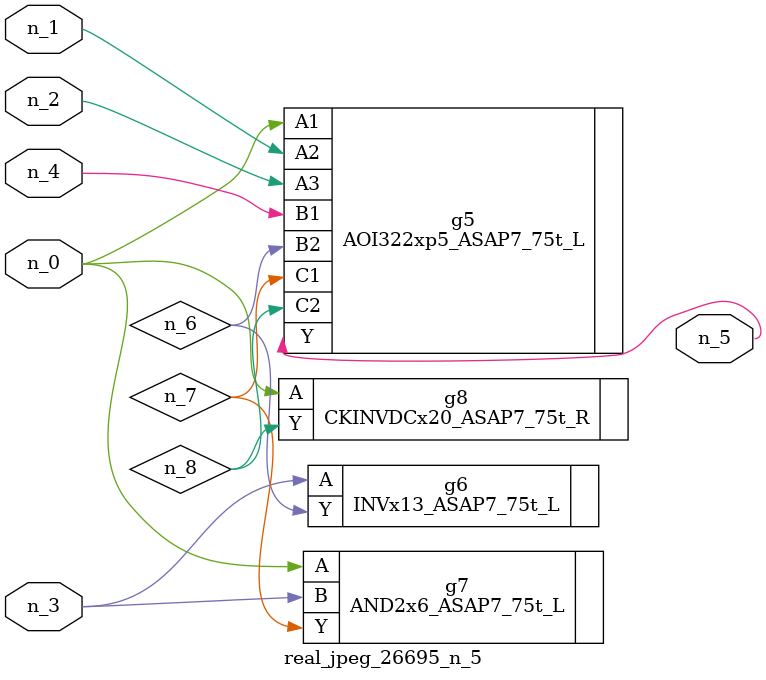
<source format=v>
module real_jpeg_26695_n_5 (n_4, n_0, n_1, n_2, n_3, n_5);

input n_4;
input n_0;
input n_1;
input n_2;
input n_3;

output n_5;

wire n_8;
wire n_6;
wire n_7;

AOI322xp5_ASAP7_75t_L g5 ( 
.A1(n_0),
.A2(n_1),
.A3(n_2),
.B1(n_4),
.B2(n_6),
.C1(n_7),
.C2(n_8),
.Y(n_5)
);

AND2x6_ASAP7_75t_L g7 ( 
.A(n_0),
.B(n_3),
.Y(n_7)
);

CKINVDCx20_ASAP7_75t_R g8 ( 
.A(n_0),
.Y(n_8)
);

INVx13_ASAP7_75t_L g6 ( 
.A(n_3),
.Y(n_6)
);


endmodule
</source>
